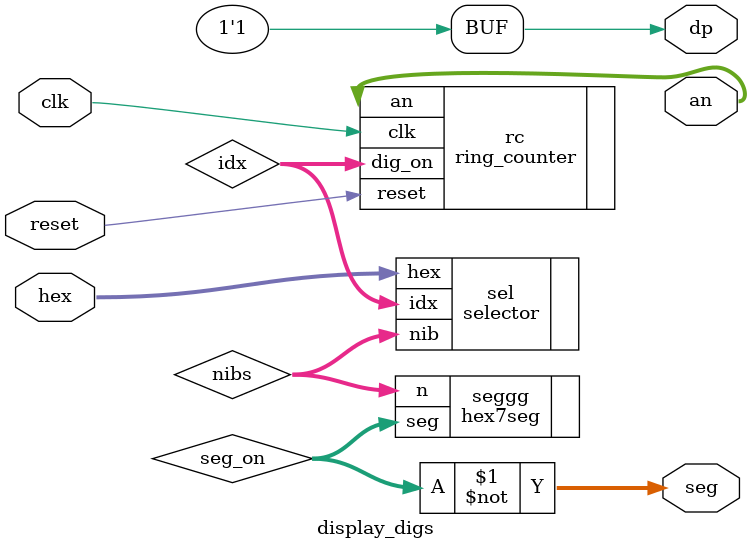
<source format=v>
`timescale 1ns / 1ps

module display_digs(
    input wire clk,
    input wire reset,
    input [15:0] hex,
    output [3:0] an,
    output [6:0] seg,
    output dp
    );
    
    wire [1:0] idx;
    ring_counter rc (.clk(clk), .reset(reset), .an(an), .dig_on(idx));
    
    wire [3:0] nibs;
    selector sel (.idx(idx), .hex(hex), .nib(nibs));
    
    wire [6:0] seg_on;
    hex7seg seggg (.n(nibs), .seg(seg_on));
    assign seg = ~seg_on;
    assign dp = 1'b1;
     
endmodule

</source>
